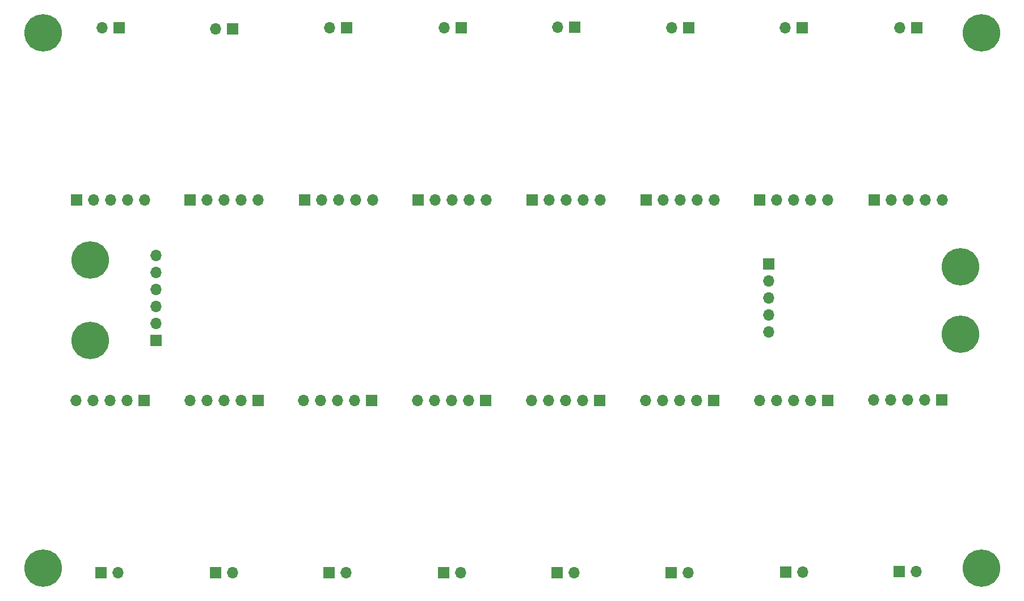
<source format=gbr>
%TF.GenerationSoftware,KiCad,Pcbnew,9.0.0*%
%TF.CreationDate,2025-03-04T09:46:30-08:00*%
%TF.ProjectId,Lattice Solenoid Driver,4c617474-6963-4652-9053-6f6c656e6f69,rev?*%
%TF.SameCoordinates,Original*%
%TF.FileFunction,Soldermask,Bot*%
%TF.FilePolarity,Negative*%
%FSLAX46Y46*%
G04 Gerber Fmt 4.6, Leading zero omitted, Abs format (unit mm)*
G04 Created by KiCad (PCBNEW 9.0.0) date 2025-03-04 09:46:30*
%MOMM*%
%LPD*%
G01*
G04 APERTURE LIST*
%ADD10C,3.600000*%
%ADD11C,5.600000*%
%ADD12R,1.700000X1.700000*%
%ADD13O,1.700000X1.700000*%
G04 APERTURE END LIST*
D10*
%TO.C,H5*%
X220305000Y-57100000D03*
D11*
X220305000Y-57100000D03*
%TD*%
D12*
%TO.C,J29*%
X156990000Y-137800000D03*
D13*
X159530000Y-137800000D03*
%TD*%
D10*
%TO.C,H4*%
X217205000Y-102200000D03*
D11*
X217205000Y-102200000D03*
%TD*%
D12*
%TO.C,J10*%
X187270001Y-82100000D03*
D13*
X189810001Y-82100000D03*
X192350001Y-82100000D03*
X194890001Y-82100000D03*
X197430001Y-82100000D03*
%TD*%
D12*
%TO.C,J27*%
X191100000Y-137750000D03*
D13*
X193640000Y-137750000D03*
%TD*%
D12*
%TO.C,J4*%
X102270001Y-82100000D03*
D13*
X104810001Y-82100000D03*
X107350001Y-82100000D03*
X109890001Y-82100000D03*
X112430001Y-82100000D03*
%TD*%
D12*
%TO.C,J8*%
X153305001Y-82100000D03*
D13*
X155845001Y-82100000D03*
X158385001Y-82100000D03*
X160925001Y-82100000D03*
X163465001Y-82100000D03*
%TD*%
D10*
%TO.C,H7*%
X80305000Y-137100000D03*
D11*
X80305000Y-137100000D03*
%TD*%
D10*
%TO.C,H6*%
X220305000Y-137100000D03*
D11*
X220305000Y-137100000D03*
%TD*%
D12*
%TO.C,J19*%
X95339998Y-112100000D03*
D13*
X92799998Y-112100000D03*
X90259998Y-112100000D03*
X87719998Y-112100000D03*
X85179998Y-112100000D03*
%TD*%
D12*
%TO.C,J20*%
X125630000Y-56385913D03*
D13*
X123090000Y-56385913D03*
%TD*%
D12*
%TO.C,J14*%
X180374998Y-112100000D03*
D13*
X177834998Y-112100000D03*
X175294998Y-112100000D03*
X172754998Y-112100000D03*
X170214998Y-112100000D03*
%TD*%
D12*
%TO.C,J21*%
X142680000Y-56400000D03*
D13*
X140140000Y-56400000D03*
%TD*%
D12*
%TO.C,J25*%
X210680000Y-56400000D03*
D13*
X208140000Y-56400000D03*
%TD*%
D12*
%TO.C,J30*%
X140051508Y-137819491D03*
D13*
X142591508Y-137819491D03*
%TD*%
D12*
%TO.C,J12*%
X214374998Y-111992000D03*
D13*
X211834998Y-111992000D03*
X209294998Y-111992000D03*
X206754998Y-111992000D03*
X204214998Y-111992000D03*
%TD*%
D12*
%TO.C,J26*%
X208025000Y-137650000D03*
D13*
X210565000Y-137650000D03*
%TD*%
D12*
%TO.C,J11*%
X204305001Y-82100000D03*
D13*
X206845001Y-82100000D03*
X209385001Y-82100000D03*
X211925001Y-82100000D03*
X214465001Y-82100000D03*
%TD*%
D12*
%TO.C,J2*%
X91630001Y-56358000D03*
D13*
X89090001Y-56358000D03*
%TD*%
D12*
%TO.C,J34*%
X188605000Y-91625002D03*
D13*
X188605000Y-94165002D03*
X188605000Y-96705002D03*
X188605000Y-99245002D03*
X188605000Y-101785002D03*
%TD*%
D12*
%TO.C,J7*%
X136305001Y-82100000D03*
D13*
X138845001Y-82100000D03*
X141385001Y-82100000D03*
X143925001Y-82100000D03*
X146465001Y-82100000D03*
%TD*%
D12*
%TO.C,J5*%
X108620000Y-56500000D03*
D13*
X106080000Y-56500000D03*
%TD*%
D12*
%TO.C,J3*%
X85305001Y-82100000D03*
D13*
X87845001Y-82100000D03*
X90385001Y-82100000D03*
X92925001Y-82100000D03*
X95465001Y-82100000D03*
%TD*%
D10*
%TO.C,H2*%
X87305000Y-91100000D03*
D11*
X87305000Y-91100000D03*
%TD*%
D12*
%TO.C,J13*%
X197374998Y-112050000D03*
D13*
X194834998Y-112050000D03*
X192294998Y-112050000D03*
X189754998Y-112050000D03*
X187214998Y-112050000D03*
%TD*%
D12*
%TO.C,J24*%
X193620000Y-56400000D03*
D13*
X191080000Y-56400000D03*
%TD*%
D10*
%TO.C,H3*%
X217205000Y-92100000D03*
D11*
X217205000Y-92100000D03*
%TD*%
D12*
%TO.C,J9*%
X170305001Y-82100000D03*
D13*
X172845001Y-82100000D03*
X175385001Y-82100000D03*
X177925001Y-82100000D03*
X180465001Y-82100000D03*
%TD*%
D12*
%TO.C,J16*%
X146374998Y-112100000D03*
D13*
X143834998Y-112100000D03*
X141294998Y-112100000D03*
X138754998Y-112100000D03*
X136214998Y-112100000D03*
%TD*%
D10*
%TO.C,H1*%
X87305000Y-103100000D03*
D11*
X87305000Y-103100000D03*
%TD*%
D12*
%TO.C,J18*%
X112374998Y-112100000D03*
D13*
X109834998Y-112100000D03*
X107294998Y-112100000D03*
X104754998Y-112100000D03*
X102214998Y-112100000D03*
%TD*%
D12*
%TO.C,J33*%
X88965000Y-137800000D03*
D13*
X91505000Y-137800000D03*
%TD*%
D12*
%TO.C,J6*%
X119305001Y-82100000D03*
D13*
X121845001Y-82100000D03*
X124385001Y-82100000D03*
X126925001Y-82100000D03*
X129465001Y-82100000D03*
%TD*%
D12*
%TO.C,J23*%
X176655000Y-56400000D03*
D13*
X174115000Y-56400000D03*
%TD*%
D12*
%TO.C,J32*%
X106000000Y-137800000D03*
D13*
X108540000Y-137800000D03*
%TD*%
D10*
%TO.C,H8*%
X80305000Y-57100000D03*
D11*
X80305000Y-57100000D03*
%TD*%
D12*
%TO.C,J15*%
X163339998Y-112100000D03*
D13*
X160799998Y-112100000D03*
X158259998Y-112100000D03*
X155719998Y-112100000D03*
X153179998Y-112100000D03*
%TD*%
D12*
%TO.C,J22*%
X159642500Y-56299326D03*
D13*
X157102500Y-56299326D03*
%TD*%
D12*
%TO.C,J28*%
X174000000Y-137800000D03*
D13*
X176540000Y-137800000D03*
%TD*%
D12*
%TO.C,J31*%
X122990000Y-137800000D03*
D13*
X125530000Y-137800000D03*
%TD*%
D12*
%TO.C,J1*%
X97155000Y-103100000D03*
D13*
X97155000Y-100560000D03*
X97155000Y-98020000D03*
X97155000Y-95480000D03*
X97155000Y-92940000D03*
X97155000Y-90400000D03*
%TD*%
D12*
%TO.C,J17*%
X129339998Y-112100000D03*
D13*
X126799998Y-112100000D03*
X124259998Y-112100000D03*
X121719998Y-112100000D03*
X119179998Y-112100000D03*
%TD*%
M02*

</source>
